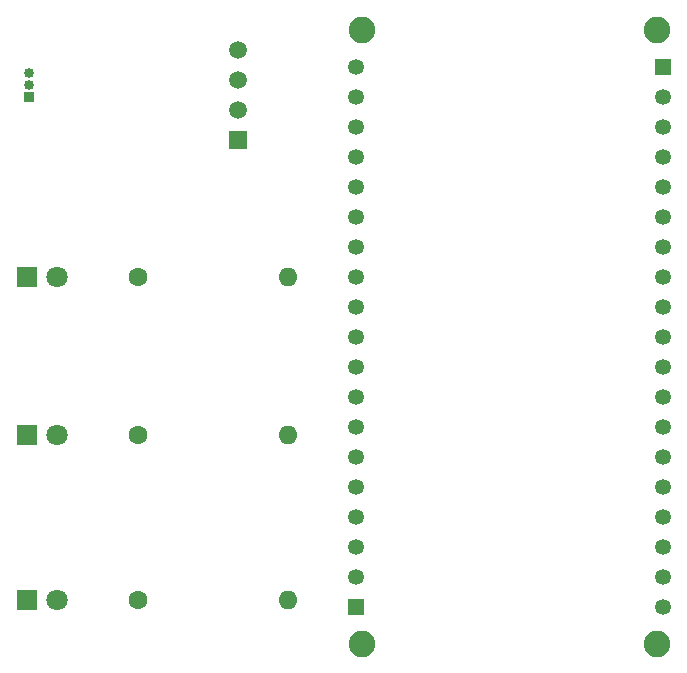
<source format=gbr>
%TF.GenerationSoftware,KiCad,Pcbnew,(6.0.8)*%
%TF.CreationDate,2022-11-02T08:43:43+01:00*%
%TF.ProjectId,project_capteur_CO2,70726f6a-6563-4745-9f63-617074657572,rev?*%
%TF.SameCoordinates,Original*%
%TF.FileFunction,Soldermask,Top*%
%TF.FilePolarity,Negative*%
%FSLAX46Y46*%
G04 Gerber Fmt 4.6, Leading zero omitted, Abs format (unit mm)*
G04 Created by KiCad (PCBNEW (6.0.8)) date 2022-11-02 08:43:43*
%MOMM*%
%LPD*%
G01*
G04 APERTURE LIST*
%ADD10R,0.850000X0.850000*%
%ADD11O,0.850000X0.850000*%
%ADD12C,1.350000*%
%ADD13R,1.350000X1.350000*%
%ADD14C,2.250000*%
%ADD15R,1.800000X1.800000*%
%ADD16C,1.800000*%
%ADD17C,1.600000*%
%ADD18O,1.600000X1.600000*%
%ADD19R,1.500000X1.500000*%
%ADD20C,1.500000*%
G04 APERTURE END LIST*
D10*
%TO.C,J1*%
X185420000Y-53340000D03*
D11*
X185420000Y-52340000D03*
X185420000Y-51340000D03*
%TD*%
D12*
%TO.C,U1*%
X213060000Y-50800000D03*
X213060000Y-53340000D03*
D13*
X213060000Y-96520000D03*
D12*
X213060000Y-55880000D03*
X213060000Y-58420000D03*
X213060000Y-60960000D03*
X213060000Y-63500000D03*
X213060000Y-66040000D03*
X213060000Y-68580000D03*
X213060000Y-71120000D03*
X213060000Y-73660000D03*
X213060000Y-76200000D03*
X213060000Y-78740000D03*
X213060000Y-81280000D03*
X213060000Y-83820000D03*
X213060000Y-86360000D03*
X213060000Y-88900000D03*
X213060000Y-91440000D03*
X213060000Y-93980000D03*
X239060000Y-96520000D03*
X239060000Y-93980000D03*
X239060000Y-91440000D03*
X239060000Y-88900000D03*
X239060000Y-86360000D03*
X239060000Y-83820000D03*
X239060000Y-81280000D03*
X239060000Y-78740000D03*
X239060000Y-76200000D03*
X239060000Y-73660000D03*
X239060000Y-71120000D03*
X239060000Y-68580000D03*
X239060000Y-66040000D03*
X239060000Y-63500000D03*
X239060000Y-60960000D03*
X239060000Y-58420000D03*
X239060000Y-55880000D03*
X239060000Y-53340000D03*
D13*
X239060000Y-50800000D03*
D14*
X213560000Y-99660000D03*
X238560000Y-99660000D03*
X213560000Y-47660000D03*
X238560000Y-47660000D03*
%TD*%
D15*
%TO.C,D3*%
X185225000Y-68580000D03*
D16*
X187765000Y-68580000D03*
%TD*%
D15*
%TO.C,D2*%
X185225000Y-82000000D03*
D16*
X187765000Y-82000000D03*
%TD*%
D15*
%TO.C,D1*%
X185225000Y-96000000D03*
D16*
X187765000Y-96000000D03*
%TD*%
D17*
%TO.C,R3*%
X194650000Y-68580000D03*
D18*
X207350000Y-68580000D03*
%TD*%
D17*
%TO.C,R2*%
X194650000Y-82000000D03*
D18*
X207350000Y-82000000D03*
%TD*%
D17*
%TO.C,R1*%
X194650000Y-96000000D03*
D18*
X207350000Y-96000000D03*
%TD*%
D19*
%TO.C,U2*%
X203102500Y-57052500D03*
D20*
X203102500Y-54512500D03*
X203102500Y-51972500D03*
X203102500Y-49432500D03*
%TD*%
M02*

</source>
